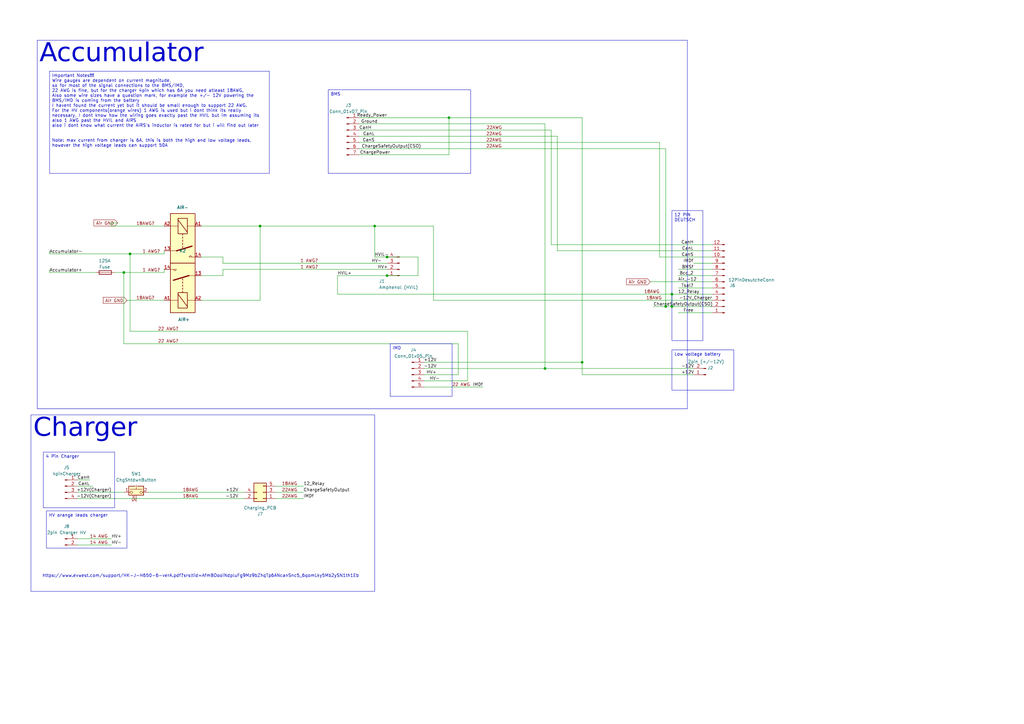
<source format=kicad_sch>
(kicad_sch (version 20250114) (generator "eeschema") (generator_version "9.0")
  (paper "A3")
  (lib_symbols
    (symbol "Connector:Conn_01x02_Pin" (pin_names (offset 1.016) (hide yes))
      (property "Reference" "J" (at 0 2.54 0))
      (property "Value" "Conn_01x02_Pin" (at 0 -5.08 0))
      (symbol "Conn_01x02_Pin_1_1"
        (rectangle (start 0.8636 0.127) (end 0 -0.127) (stroke (width 0.1524)) (fill (type outline)))
        (rectangle (start 0.8636 -2.413) (end 0 -2.667) (stroke (width 0.1524)) (fill (type outline)))
        (polyline (pts (xy 1.27 0) (xy 0.8636 0)) (stroke (width 0.1524)))
        (polyline (pts (xy 1.27 -2.54) (xy 0.8636 -2.54)) (stroke (width 0.1524)))
        (pin passive line (at 5.08 0 180) (length 3.81) (name "Pin_1") (number "1"))
        (pin passive line (at 5.08 -2.54 180) (length 3.81) (name "Pin_2") (number "2"))
      )
    )
    (symbol "Connector:Conn_01x04_Pin" (pin_names (offset 1.016) (hide yes))
      (property "Reference" "J" (at 0 5.08 0))
      (property "Value" "Conn_01x04_Pin" (at 0 -7.62 0))
      (symbol "Conn_01x04_Pin_1_1"
        (rectangle (start 0.8636 2.667) (end 0 2.413) (stroke (width 0.1524)) (fill (type outline)))
        (rectangle (start 0.8636 0.127) (end 0 -0.127) (stroke (width 0.1524)) (fill (type outline)))
        (rectangle (start 0.8636 -2.413) (end 0 -2.667) (stroke (width 0.1524)) (fill (type outline)))
        (rectangle (start 0.8636 -4.953) (end 0 -5.207) (stroke (width 0.1524)) (fill (type outline)))
        (polyline (pts (xy 1.27 2.54) (xy 0.8636 2.54)) (stroke (width 0.1524)))
        (polyline (pts (xy 1.27 0) (xy 0.8636 0)) (stroke (width 0.1524)))
        (polyline (pts (xy 1.27 -2.54) (xy 0.8636 -2.54)) (stroke (width 0.1524)))
        (polyline (pts (xy 1.27 -5.08) (xy 0.8636 -5.08)) (stroke (width 0.1524)))
        (pin passive line (at 5.08 2.54 180) (length 3.81) (name "Pin_1") (number "1"))
        (pin passive line (at 5.08 0 180) (length 3.81) (name "Pin_2") (number "2"))
        (pin passive line (at 5.08 -2.54 180) (length 3.81) (name "Pin_3") (number "3"))
        (pin passive line (at 5.08 -5.08 180) (length 3.81) (name "Pin_4") (number "4"))
      )
    )
    (symbol "Connector:Conn_01x05_Pin" (pin_names (offset 1.016) (hide yes))
      (property "Reference" "J" (at 0 7.62 0))
      (property "Value" "Conn_01x05_Pin" (at 0 -7.62 0))
      (symbol "Conn_01x05_Pin_1_1"
        (rectangle (start 0.8636 5.207) (end 0 4.953) (stroke (width 0.1524)) (fill (type outline)))
        (rectangle (start 0.8636 2.667) (end 0 2.413) (stroke (width 0.1524)) (fill (type outline)))
        (rectangle (start 0.8636 0.127) (end 0 -0.127) (stroke (width 0.1524)) (fill (type outline)))
        (rectangle (start 0.8636 -2.413) (end 0 -2.667) (stroke (width 0.1524)) (fill (type outline)))
        (rectangle (start 0.8636 -4.953) (end 0 -5.207) (stroke (width 0.1524)) (fill (type outline)))
        (polyline (pts (xy 1.27 5.08) (xy 0.8636 5.08)) (stroke (width 0.1524)))
        (polyline (pts (xy 1.27 2.54) (xy 0.8636 2.54)) (stroke (width 0.1524)))
        (polyline (pts (xy 1.27 0) (xy 0.8636 0)) (stroke (width 0.1524)))
        (polyline (pts (xy 1.27 -2.54) (xy 0.8636 -2.54)) (stroke (width 0.1524)))
        (polyline (pts (xy 1.27 -5.08) (xy 0.8636 -5.08)) (stroke (width 0.1524)))
        (pin passive line (at 5.08 5.08 180) (length 3.81) (name "Pin_1") (number "1"))
        (pin passive line (at 5.08 2.54 180) (length 3.81) (name "Pin_2") (number "2"))
        (pin passive line (at 5.08 0 180) (length 3.81) (name "Pin_3") (number "3"))
        (pin passive line (at 5.08 -2.54 180) (length 3.81) (name "Pin_4") (number "4"))
        (pin passive line (at 5.08 -5.08 180) (length 3.81) (name "Pin_5") (number "5"))
      )
    )
    (symbol "Connector:Conn_01x07_Pin" (pin_names (offset 1.016) (hide yes))
      (property "Reference" "J" (at 0 10.16 0))
      (property "Value" "Conn_01x07_Pin" (at 0 -10.16 0))
      (symbol "Conn_01x07_Pin_1_1"
        (rectangle (start 0.8636 7.747) (end 0 7.493) (stroke (width 0.1524)) (fill (type outline)))
        (rectangle (start 0.8636 5.207) (end 0 4.953) (stroke (width 0.1524)) (fill (type outline)))
        (rectangle (start 0.8636 2.667) (end 0 2.413) (stroke (width 0.1524)) (fill (type outline)))
        (rectangle (start 0.8636 0.127) (end 0 -0.127) (stroke (width 0.1524)) (fill (type outline)))
        (rectangle (start 0.8636 -2.413) (end 0 -2.667) (stroke (width 0.1524)) (fill (type outline)))
        (rectangle (start 0.8636 -4.953) (end 0 -5.207) (stroke (width 0.1524)) (fill (type outline)))
        (rectangle (start 0.8636 -7.493) (end 0 -7.747) (stroke (width 0.1524)) (fill (type outline)))
        (polyline (pts (xy 1.27 7.62) (xy 0.8636 7.62)) (stroke (width 0.1524)))
        (polyline (pts (xy 1.27 5.08) (xy 0.8636 5.08)) (stroke (width 0.1524)))
        (polyline (pts (xy 1.27 2.54) (xy 0.8636 2.54)) (stroke (width 0.1524)))
        (polyline (pts (xy 1.27 0) (xy 0.8636 0)) (stroke (width 0.1524)))
        (polyline (pts (xy 1.27 -2.54) (xy 0.8636 -2.54)) (stroke (width 0.1524)))
        (polyline (pts (xy 1.27 -5.08) (xy 0.8636 -5.08)) (stroke (width 0.1524)))
        (polyline (pts (xy 1.27 -7.62) (xy 0.8636 -7.62)) (stroke (width 0.1524)))
        (pin passive line (at 5.08 7.62 180) (length 3.81) (name "Pin_1") (number "1"))
        (pin passive line (at 5.08 5.08 180) (length 3.81) (name "Pin_2") (number "2"))
        (pin passive line (at 5.08 2.54 180) (length 3.81) (name "Pin_3") (number "3"))
        (pin passive line (at 5.08 0 180) (length 3.81) (name "Pin_4") (number "4"))
        (pin passive line (at 5.08 -2.54 180) (length 3.81) (name "Pin_5") (number "5"))
        (pin passive line (at 5.08 -5.08 180) (length 3.81) (name "Pin_6") (number "6"))
        (pin passive line (at 5.08 -7.62 180) (length 3.81) (name "Pin_7") (number "7"))
      )
    )
    (symbol "Connector:Conn_01x12_Pin" (pin_names (offset 1.016) (hide yes))
      (property "Reference" "J" (at 0 15.24 0))
      (property "Value" "Conn_01x12_Pin" (at 0 -17.78 0))
      (symbol "Conn_01x12_Pin_1_1"
        (rectangle (start 0.8636 12.827) (end 0 12.573) (stroke (width 0.1524)) (fill (type outline)))
        (rectangle (start 0.8636 10.287) (end 0 10.033) (stroke (width 0.1524)) (fill (type outline)))
        (rectangle (start 0.8636 7.747) (end 0 7.493) (stroke (width 0.1524)) (fill (type outline)))
        (rectangle (start 0.8636 5.207) (end 0 4.953) (stroke (width 0.1524)) (fill (type outline)))
        (rectangle (start 0.8636 2.667) (end 0 2.413) (stroke (width 0.1524)) (fill (type outline)))
        (rectangle (start 0.8636 0.127) (end 0 -0.127) (stroke (width 0.1524)) (fill (type outline)))
        (rectangle (start 0.8636 -2.413) (end 0 -2.667) (stroke (width 0.1524)) (fill (type outline)))
        (rectangle (start 0.8636 -4.953) (end 0 -5.207) (stroke (width 0.1524)) (fill (type outline)))
        (rectangle (start 0.8636 -7.493) (end 0 -7.747) (stroke (width 0.1524)) (fill (type outline)))
        (rectangle (start 0.8636 -10.033) (end 0 -10.287) (stroke (width 0.1524)) (fill (type outline)))
        (rectangle (start 0.8636 -12.573) (end 0 -12.827) (stroke (width 0.1524)) (fill (type outline)))
        (rectangle (start 0.8636 -15.113) (end 0 -15.367) (stroke (width 0.1524)) (fill (type outline)))
        (polyline (pts (xy 1.27 12.7) (xy 0.8636 12.7)) (stroke (width 0.1524)))
        (polyline (pts (xy 1.27 10.16) (xy 0.8636 10.16)) (stroke (width 0.1524)))
        (polyline (pts (xy 1.27 7.62) (xy 0.8636 7.62)) (stroke (width 0.1524)))
        (polyline (pts (xy 1.27 5.08) (xy 0.8636 5.08)) (stroke (width 0.1524)))
        (polyline (pts (xy 1.27 2.54) (xy 0.8636 2.54)) (stroke (width 0.1524)))
        (polyline (pts (xy 1.27 0) (xy 0.8636 0)) (stroke (width 0.1524)))
        (polyline (pts (xy 1.27 -2.54) (xy 0.8636 -2.54)) (stroke (width 0.1524)))
        (polyline (pts (xy 1.27 -5.08) (xy 0.8636 -5.08)) (stroke (width 0.1524)))
        (polyline (pts (xy 1.27 -7.62) (xy 0.8636 -7.62)) (stroke (width 0.1524)))
        (polyline (pts (xy 1.27 -10.16) (xy 0.8636 -10.16)) (stroke (width 0.1524)))
        (polyline (pts (xy 1.27 -12.7) (xy 0.8636 -12.7)) (stroke (width 0.1524)))
        (polyline (pts (xy 1.27 -15.24) (xy 0.8636 -15.24)) (stroke (width 0.1524)))
        (pin passive line (at 5.08 12.7 180) (length 3.81) (name "Pin_1") (number "1"))
        (pin passive line (at 5.08 10.16 180) (length 3.81) (name "Pin_2") (number "2"))
        (pin passive line (at 5.08 7.62 180) (length 3.81) (name "Pin_3") (number "3"))
        (pin passive line (at 5.08 5.08 180) (length 3.81) (name "Pin_4") (number "4"))
        (pin passive line (at 5.08 2.54 180) (length 3.81) (name "Pin_5") (number "5"))
        (pin passive line (at 5.08 0 180) (length 3.81) (name "Pin_6") (number "6"))
        (pin passive line (at 5.08 -2.54 180) (length 3.81) (name "Pin_7") (number "7"))
        (pin passive line (at 5.08 -5.08 180) (length 3.81) (name "Pin_8") (number "8"))
        (pin passive line (at 5.08 -7.62 180) (length 3.81) (name "Pin_9") (number "9"))
        (pin passive line (at 5.08 -10.16 180) (length 3.81) (name "Pin_10") (number "10"))
        (pin passive line (at 5.08 -12.7 180) (length 3.81) (name "Pin_11") (number "11"))
        (pin passive line (at 5.08 -15.24 180) (length 3.81) (name "Pin_12") (number "12"))
      )
    )
    (symbol "Connector_Generic:Conn_2Rows-05Pins" (pin_names (offset 1.016) (hide yes))
      (property "Reference" "J" (at 1.27 5.08 0))
      (property "Value" "Conn_2Rows-05Pins" (at 1.27 -5.08 0))
      (symbol "Conn_2Rows-05Pins_1_1"
        (rectangle (start -1.27 3.81) (end 3.81 -3.81) (stroke (width 0.254)) (fill (type background)))
        (rectangle (start -1.27 2.667) (end 0 2.413) (stroke (width 0.1524)))
        (rectangle (start -1.27 0.127) (end 0 -0.127) (stroke (width 0.1524)))
        (rectangle (start -1.27 -2.413) (end 0 -2.667) (stroke (width 0.1524)))
        (rectangle (start 3.81 2.667) (end 2.54 2.413) (stroke (width 0.1524)))
        (rectangle (start 3.81 0.127) (end 2.54 -0.127) (stroke (width 0.1524)))
        (pin passive line (at -5.08 2.54 0) (length 3.81) (name "Pin_1") (number "1"))
        (pin passive line (at -5.08 0 0) (length 3.81) (name "Pin_3") (number "3"))
        (pin passive line (at -5.08 -2.54 0) (length 3.81) (name "Pin_5") (number "5"))
        (pin passive line (at 7.62 2.54 180) (length 3.81) (name "Pin_2") (number "2"))
        (pin passive line (at 7.62 0 180) (length 3.81) (name "Pin_4") (number "4"))
      )
    )
    (symbol "Device:Fuse" (pin_numbers (hide yes)) (pin_names (offset 0))
      (property "Reference" "F" (at 2.032 0 90))
      (property "Value" "Fuse" (at -1.905 0 90))
      (symbol "Fuse_0_1"
        (rectangle (start -0.762 -2.54) (end 0.762 2.54) (stroke (width 0.254)))
        (polyline (pts (xy 0 2.54) (xy 0 -2.54)))
      )
      (symbol "Fuse_1_1"
        (pin passive line (at 0 3.81 270) (length 1.27) (name "~") (number "1"))
        (pin passive line (at 0 -3.81 90) (length 1.27) (name "~") (number "2"))
      )
    )
    (symbol "Relay:Fujitsu_FTR-LYAA005x"
      (property "Reference" "K" (at 11.43 3.81 0))
      (property "Value" "Fujitsu_FTR-LYAA005x" (at 11.43 1.27 0))
      (symbol "Fujitsu_FTR-LYAA005x_0_0"
        (polyline (pts (xy 7.62 5.08) (xy 7.62 2.54) (xy 6.985 3.175) (xy 7.62 3.81)))
      )
      (symbol "Fujitsu_FTR-LYAA005x_0_1"
        (rectangle (start -10.16 5.08) (end 10.16 -5.08) (stroke (width 0.254)) (fill (type background)))
        (rectangle (start -8.255 1.905) (end -1.905 -1.905) (stroke (width 0.254)))
        (polyline (pts (xy -7.62 -1.905) (xy -2.54 1.905)) (stroke (width 0.254)))
        (polyline (pts (xy -5.08 5.08) (xy -5.08 1.905)))
        (polyline (pts (xy -5.08 -5.08) (xy -5.08 -1.905)))
        (polyline (pts (xy -1.905 0) (xy -1.27 0)) (stroke (width 0.254)))
        (polyline (pts (xy -0.635 0) (xy 0 0)) (stroke (width 0.254)))
        (polyline (pts (xy 0.635 0) (xy 1.27 0)) (stroke (width 0.254)))
        (polyline (pts (xy 1.905 0) (xy 2.54 0)) (stroke (width 0.254)))
        (polyline (pts (xy 3.175 0) (xy 3.81 0)) (stroke (width 0.254)))
        (polyline (pts (xy 5.08 -2.54) (xy 3.175 3.81)) (stroke (width 0.508)))
        (polyline (pts (xy 5.08 -2.54) (xy 5.08 -5.08)))
      )
      (symbol "Fujitsu_FTR-LYAA005x_1_1"
        (pin passive line (at -5.08 7.62 270) (length 2.54) (name "~") (number "A1"))
        (pin passive line (at -5.08 -7.62 90) (length 2.54) (name "~") (number "A2"))
        (pin passive line (at 5.08 -7.62 90) (length 2.54) (name "~") (number "13"))
        (pin passive line (at 7.62 7.62 270) (length 2.54) (name "~") (number "14"))
      )
    )
    (symbol "Switch:CK_KMS2xxG" (pin_names (offset 1.016) (hide yes))
      (property "Reference" "SW" (at 4.318 2.032 0))
      (property "Value" "CK_KMS2xxG" (at 0 4.572 0))
      (symbol "CK_KMS2xxG_0_1"
        (circle (center -2.032 0) (radius 0.508))
        (polyline (pts (xy 0 1.27) (xy 0 3.048)))
        (polyline (pts (xy 0.508 2.54) (xy 3.048 2.54) (xy 3.048 -1.143) (xy -3.048 -1.143) (xy -3.048 2.54) (xy -0.508 2.54)) (stroke (width -0.0254)))
        (polyline (pts (xy 0.508 2.54) (xy 3.048 2.54) (xy 3.048 -1.143) (xy -3.048 -1.143) (xy -3.048 2.54) (xy -0.508 2.54)) (stroke (width 0.254)))
        (circle (center 2.032 0) (radius 0.508))
        (polyline (pts (xy 2.54 1.27) (xy -2.54 1.27)))
        (pin passive line (at -5.08 0 0) (length 2.54) (name "1") (number "1"))
        (pin passive line (at 5.08 0 180) (length 2.54) (name "2") (number "2"))
      )
      (symbol "CK_KMS2xxG_1_1"
        (rectangle (start -3.048 2.54) (end 3.048 -1.27) (stroke (width -0.0254)) (fill (type background)))
        (pin passive line (at 0 -3.81 90) (length 2.54) (name "B") (number "SH"))
      )
    )
  )
  (text "https://www.evwest.com/support/HK-J-H650-6-verA.pdf?srsltid=AfmBOooiNdpluFg9Mz9bZhqTp6ANcanSnc5_6qomLky5Mb2ySN1th1Eb" (at 82.296 236.22 0) (effects (font (size 1.27 1.27))))
  (text_box "IMD\n\n" (at 160.02 140.97 0) (size 25.4 21.59) (margins 0.9525 0.9525 0.9525 0.9525) (effects (font (size 1.27 1.27)) (justify left top)))
  (text_box "HV orange leads charger" (at 19.05 209.55 0) (size 33.02 15.24) (margins 0.9525 0.9525 0.9525 0.9525) (effects (font (size 1.27 1.27)) (justify left top)))
  (text_box "4 Pin Charger\n\n" (at 17.78 185.42 0) (size 29.21 22.86) (margins 0.9525 0.9525 0.9525 0.9525) (effects (font (size 1.27 1.27)) (justify left top)))
  (text_box "Low voltage battery" (at 300.99 160.02 0) (size -25.4 -16.51) (margins 0.9525 0.9525 0.9525 0.9525) (effects (font (size 1.27 1.27)) (justify left top)))
  (text_box "Charger" (at 12.7 170.18 0) (size 140.97 72.39) (margins 0.9525 0.9525 0.9525 0.9525) (effects (font (size 7.62 7.62)) (justify left top)))
  (text_box "Important Notes!!!\nWire gauges are dependent on current magnitude,\nso for most of the signal connections to the BMS/IMD,\n22 AWG is fine, but for the charger 4pin which has 6A you need atleast 18AWG,\nAlso some wire sizes have a question mark, for example the +/- 12V powering the BMS/IMD is coming from the battery\nI havent found the current yet but it should be small enough to support 22 AWG.\nFor the HV components(orange wires) 1 AWG is used but i dont think its really necessary, I dont know how the wiring goes exactly past the HVIL but im assuming its also 1 AWG past the HVIL and AIRS\nalso i dont know what current the AIRS's inductor is rated for but i will find out later\n\n\nNote: max current from charger is 6A, this is both the high and low voltage leads, however the high voltage leads can support 50A" (at 20.32 29.21 0) (size 90.17 41.91) (margins 0.9525 0.9525 0.9525 0.9525) (effects (font (size 1.27 1.27)) (justify left top)))
  (text_box "12 PIN DEUTSCH\n" (at 275.59 86.36 0) (size 12.7 53.34) (margins 0.9525 0.9525 0.9525 0.9525) (effects (font (size 1.27 1.27)) (justify left top)))
  (text_box "Accumulator" (at 15.24 16.51 0) (size 266.7 151.13) (margins 0.9525 0.9525 0.9525 0.9525) (effects (font (size 7.62 7.62)) (justify left top)))
  (text_box "BMS\n" (at 134.62 36.83 0) (size 58.42 34.29) (margins 0.9525 0.9525 0.9525 0.9525) (effects (font (size 1.27 1.27)) (justify left top)))
  (junction (at 275.59 125.73))
  (junction (at 158.75 113.03))
  (junction (at 153.67 92.71))
  (junction (at 223.52 151.13))
  (junction (at 238.76 148.59))
  (junction (at 53.34 104.14))
  (junction (at 273.05 125.73))
  (junction (at 158.75 105.41))
  (junction (at 106.68 92.71))
  (junction (at 50.8 111.76))
  (junction (at 184.15 48.26))
  (junction (at 275.59 120.65))
  (wire (pts (xy 91.44 107.95) (xy 158.75 107.95)))
  (wire (pts (xy 266.7 115.57) (xy 292.1 115.57)))
  (wire (pts (xy 52.07 123.19) (xy 67.31 123.19)))
  (wire (pts (xy 20.32 104.14) (xy 20.32 102.87)))
  (wire (pts (xy 53.34 135.89) (xy 53.34 104.14)))
  (wire (pts (xy 226.06 100.33) (xy 292.1 100.33)))
  (wire (pts (xy 31.75 199.39) (xy 38.1 199.39)))
  (wire (pts (xy 91.44 110.49) (xy 158.75 110.49)))
  (wire (pts (xy 124.46 201.93) (xy 113.03 201.93)))
  (wire (pts (xy 45.72 91.44) (xy 45.72 92.71)))
  (wire (pts (xy 191.77 135.89) (xy 191.77 156.21)))
  (wire (pts (xy 50.8 111.76) (xy 50.8 140.97)))
  (wire (pts (xy 184.15 48.26) (xy 238.76 48.26)))
  (wire (pts (xy 31.75 204.47) (xy 100.33 204.47)))
  (wire (pts (xy 273.05 60.96) (xy 273.05 125.73)))
  (wire (pts (xy 275.59 120.65) (xy 292.1 120.65)))
  (wire (pts (xy 48.26 91.44) (xy 45.72 91.44)))
  (wire (pts (xy 67.31 111.76) (xy 67.31 110.49)))
  (wire (pts (xy 91.44 105.41) (xy 82.55 105.41)))
  (wire (pts (xy 67.31 111.76) (xy 50.8 111.76)))
  (wire (pts (xy 138.43 113.03) (xy 138.43 120.65)))
  (wire (pts (xy 238.76 48.26) (xy 238.76 148.59)))
  (wire (pts (xy 46.99 111.76) (xy 50.8 111.76)))
  (wire (pts (xy 223.52 151.13) (xy 284.48 151.13)))
  (wire (pts (xy 147.32 58.42) (xy 270.51 58.42)))
  (wire (pts (xy 278.13 118.11) (xy 292.1 118.11)))
  (wire (pts (xy 91.44 110.49) (xy 91.44 113.03)))
  (wire (pts (xy 153.67 105.41) (xy 158.75 105.41)))
  (wire (pts (xy 106.68 123.19) (xy 82.55 123.19)))
  (wire (pts (xy 138.43 120.65) (xy 275.59 120.65)))
  (wire (pts (xy 106.68 92.71) (xy 153.67 92.71)))
  (wire (pts (xy 184.15 48.26) (xy 184.15 63.5)))
  (wire (pts (xy 20.32 111.76) (xy 20.32 110.49)))
  (wire (pts (xy 187.96 140.97) (xy 187.96 153.67)))
  (wire (pts (xy 106.68 92.71) (xy 106.68 123.19)))
  (wire (pts (xy 82.55 92.71) (xy 106.68 92.71)))
  (wire (pts (xy 177.8 123.19) (xy 292.1 123.19)))
  (wire (pts (xy 228.6 102.87) (xy 292.1 102.87)))
  (wire (pts (xy 31.75 201.93) (xy 50.8 201.93)))
  (wire (pts (xy 238.76 153.67) (xy 284.48 153.67)))
  (wire (pts (xy 278.13 128.27) (xy 292.1 128.27)))
  (wire (pts (xy 238.76 148.59) (xy 238.76 153.67)))
  (wire (pts (xy 138.43 113.03) (xy 158.75 113.03)))
  (wire (pts (xy 173.99 158.75) (xy 198.12 158.75)))
  (wire (pts (xy 53.34 104.14) (xy 67.31 104.14)))
  (wire (pts (xy 45.72 223.52) (xy 31.75 223.52)))
  (wire (pts (xy 278.13 113.03) (xy 292.1 113.03)))
  (wire (pts (xy 91.44 107.95) (xy 91.44 105.41)))
  (wire (pts (xy 147.32 48.26) (xy 184.15 48.26)))
  (wire (pts (xy 147.32 60.96) (xy 273.05 60.96)))
  (wire (pts (xy 228.6 55.88) (xy 228.6 102.87)))
  (wire (pts (xy 267.97 125.73) (xy 273.05 125.73)))
  (wire (pts (xy 173.99 148.59) (xy 238.76 148.59)))
  (wire (pts (xy 153.67 105.41) (xy 153.67 92.71)))
  (wire (pts (xy 20.32 104.14) (xy 53.34 104.14)))
  (wire (pts (xy 45.72 220.98) (xy 31.75 220.98)))
  (wire (pts (xy 275.59 125.73) (xy 292.1 125.73)))
  (wire (pts (xy 147.32 63.5) (xy 184.15 63.5)))
  (wire (pts (xy 158.75 113.03) (xy 171.45 113.03)))
  (wire (pts (xy 50.8 140.97) (xy 187.96 140.97)))
  (wire (pts (xy 173.99 153.67) (xy 187.96 153.67)))
  (wire (pts (xy 124.46 199.39) (xy 113.03 199.39)))
  (wire (pts (xy 223.52 50.8) (xy 223.52 151.13)))
  (wire (pts (xy 158.75 105.41) (xy 171.45 105.41)))
  (wire (pts (xy 147.32 55.88) (xy 228.6 55.88)))
  (wire (pts (xy 147.32 50.8) (xy 223.52 50.8)))
  (wire (pts (xy 177.8 92.71) (xy 153.67 92.71)))
  (wire (pts (xy 53.34 135.89) (xy 191.77 135.89)))
  (wire (pts (xy 177.8 123.19) (xy 177.8 92.71)))
  (wire (pts (xy 45.72 92.71) (xy 67.31 92.71)))
  (wire (pts (xy 124.46 204.47) (xy 113.03 204.47)))
  (wire (pts (xy 270.51 105.41) (xy 292.1 105.41)))
  (wire (pts (xy 275.59 120.65) (xy 275.59 125.73)))
  (wire (pts (xy 278.13 110.49) (xy 292.1 110.49)))
  (wire (pts (xy 147.32 53.34) (xy 226.06 53.34)))
  (wire (pts (xy 36.83 196.85) (xy 31.75 196.85)))
  (wire (pts (xy 67.31 104.14) (xy 67.31 102.87)))
  (wire (pts (xy 273.05 125.73) (xy 275.59 125.73)))
  (wire (pts (xy 223.52 151.13) (xy 173.99 151.13)))
  (wire (pts (xy 171.45 113.03) (xy 171.45 105.41)))
  (wire (pts (xy 226.06 100.33) (xy 226.06 53.34)))
  (wire (pts (xy 60.96 201.93) (xy 100.33 201.93)))
  (wire (pts (xy 82.55 113.03) (xy 91.44 113.03)))
  (wire (pts (xy 20.32 111.76) (xy 39.37 111.76)))
  (wire (pts (xy 173.99 156.21) (xy 191.77 156.21)))
  (wire (pts (xy 270.51 58.42) (xy 270.51 105.41)))
  (wire (pts (xy 284.48 107.95) (xy 292.1 107.95)))
  (label "+12V(Charger)" (at 45.72 201.93 180))
  (label "IMDf" (at 284.48 107.95 180))
  (label "ChargeSafetyOutput(CSO)" (at 172.72 60.96 180))
  (label "22 AWG?" (at 64.77 135.89 0))
  (label "1 AWG?" (at 123.19 110.49 0))
  (label "+12V" (at 279.4 153.67 0))
  (label "14 AWG" (at 36.83 223.52 0))
  (label "HV+" (at 154.94 110.49 0))
  (label "CanH" (at 284.48 100.33 180))
  (label "Ready_Power" (at 158.75 48.26 180))
  (label "Accumulator+" (at 20.32 111.76 0))
  (label "Free" (at 284.48 128.27 180))
  (label "CanS" (at 284.48 105.41 180))
  (label "CanH" (at 152.4 53.34 180))
  (label "18AWG?" (at 55.88 92.71 0))
  (label "18AWG" (at 265.038 123.19 0))
  (label "+12V" (at 97.79 201.93 180))
  (label "CanH" (at 36.83 196.85 180))
  (label "HVIL+" (at 138.43 113.03 0))
  (label "CanS" (at 153.67 58.42 180))
  (label "Tsal?" (at 284.48 118.11 180))
  (label "18AWG?" (at 55.88 123.19 0))
  (label "BMSf" (at 284.48 110.49 180))
  (label "CanL" (at 153.67 55.88 180))
  (label "ChargeSafetyOutput" (at 124.46 201.93 0))
  (label "CanL" (at 36.83 199.39 180))
  (label "22AWG" (at 199.39 58.42 0))
  (label "HV+" (at 45.72 220.98 0))
  (label "22 AWG" (at 185.42 158.75 0))
  (label "-12V_Charger" (at 292.1 123.19 180))
  (label "22AWG" (at 199.39 55.88 0))
  (label "Ground" (at 154.94 50.8 180))
  (label "18AWG" (at 74.93 204.47 0))
  (label "14 AWG" (at 36.83 220.98 0))
  (label "HV+" (at 179.07 153.67 180))
  (label "12_Relay" (at 278.13 120.65 0))
  (label "-12V" (at 179.07 151.13 180))
  (label "+12V" (at 179.07 148.59 180))
  (label "18AWG" (at 115.57 199.39 0))
  (label "IMDf" (at 198.12 158.75 180))
  (label "ChargeSafetyOutput(CSO)" (at 267.97 125.73 0))
  (label "CanL" (at 284.48 102.87 180))
  (label "18AWG" (at 264.16 120.65 0))
  (label "HVIL-" (at 153.67 105.41 0))
  (label "22AWG" (at 199.4829 53.34 0))
  (label "Bcc_2" (at 284.48 113.03 180))
  (label "HV-" (at 180.34 156.21 180))
  (label "1 AWG?" (at 58.42 111.76 0))
  (label "22AWG" (at 199.39 60.96 0))
  (label "1 AWG?" (at 123.19 107.95 0))
  (label "22AWG" (at 115.57 204.47 0))
  (label "HV-" (at 152.4 107.95 0))
  (label "ChargePower" (at 160.02 63.5 180))
  (label "22 AWG?" (at 64.77 140.97 0))
  (label "Air_-12" (at 285.75 115.57 180))
  (label "IMDf" (at 124.46 204.47 0))
  (label "12_Relay" (at 124.46 199.39 0))
  (label "1 AWG?" (at 58.42 104.14 0))
  (label "18AWG" (at 74.93 201.93 0))
  (label "-12V(Charger)" (at 45.72 204.47 180))
  (label "22AWG" (at 115.57 201.93 0))
  (label "HV-" (at 45.72 223.52 0))
  (label "-12V" (at 97.79 204.47 180))
  (label "Accumulator-" (at 20.32 104.14 0))
  (label "-12V" (at 279.4 151.13 0))
  (global_label "Air GND" (shape input) (at 52.07 123.19 180) (property "Intersheetrefs" "${INTERSHEET_REFS}" (effects (hide yes))))
  (global_label "Air GND" (shape input) (at 266.7 115.57 180) (property "Intersheetrefs" "${INTERSHEET_REFS}" (effects (hide yes))))
  (global_label "Air GND" (shape input) (at 48.26 91.44 180) (property "Intersheetrefs" "${INTERSHEET_REFS}" (effects (hide yes))))
  (symbol (lib_id "Connector:Conn_01x05_Pin") (at 168.91 153.67 0) (unit 1)
    (property "Reference" "J4" (at 169.545 143.51 0))
    (property "Value" "Conn_01x05_Pin" (at 169.545 146.05 0))
    (property "Description" "Generic connector, single row, 01x05, script generated" (effects (hide yes)))
  )
  (symbol (lib_id "Connector:Conn_01x12_Pin") (at 297.18 115.57 180) (unit 1)
    (property "Reference" "J6" (at 299.212 117.094 0) (effects (justify right)))
    (property "Value" "12PinDesutcheConn" (at 298.704 114.808 0) (effects (justify right)))
    (property "Description" "Generic connector, single row, 01x12, script generated" (effects (hide yes)))
  )
  (symbol (lib_id "Device:Fuse") (at 43.18 111.76 90) (unit 1)
    (property "Reference" "125A" (at 42.926 106.934 90))
    (property "Value" "Fuse" (at 42.926 109.474 90))
    (property "Description" "Fuse" (effects (hide yes)))
  )
  (symbol (lib_id "Connector_Generic:Conn_2Rows-05Pins") (at 107.95 201.93 180) (unit 1)
    (property "Reference" "J7" (at 106.68 210.82 0))
    (property "Value" "Charging_PCB" (at 106.68 208.28 0))
    (property "Description" "Generic connector, double row, 05 pins, odd/even pin numbering scheme (row 1 odd numbers, row 2 even numbers), script generated (kicad-library-utils/schlib/autogen/connector/)" (effects (hide yes)))
  )
  (symbol (lib_id "Switch:CK_KMS2xxG") (at 55.88 201.93 0) (unit 1)
    (property "Reference" "SW1" (at 55.88 194.31 0))
    (property "Value" "ChgShtdwnButton" (at 55.88 196.85 0))
    (property "Footprint" "Button_Switch_SMD:SW_SPST_CK_KMS2xxGP" (effects (hide yes)))
    (property "Datasheet" "https://www.ckswitches.com/media/1482/kms.pdf" (effects (hide yes)))
    (property "Description" "Microminiature SMT Side Actuated, 4.2 x 2.8 x 1.42mm, without pegs, with shield pin" (effects (hide yes)))
  )
  (symbol (lib_id "Relay:Fujitsu_FTR-LYAA005x") (at 74.93 97.79 270) (unit 1)
    (property "Reference" "K1" (effects (hide yes)))
    (property "Value" "AIR-" (at 74.93 85.09 90))
    (property "Footprint" "Relay_THT:Relay_SPST-NO_Fujitsu_FTR-LYAA005x_FormA_Vertical" (effects (hide yes)))
    (property "Datasheet" "https://www.fujitsu.com/sg/imagesgig5/ftr-ly.pdf" (effects (hide yes)))
    (property "Description" "Relay, SPST Form A, vertical mount, 5-60V coil, 6A, 250VAC, 28 x 5 x 15mm" (effects (hide yes)))
  )
  (symbol (lib_id "Relay:Fujitsu_FTR-LYAA005x") (at 74.93 118.11 90) (unit 1)
    (property "Reference" "K2" (at 74.93 102.87 90))
    (property "Value" "AIR+" (at 75.438 131.064 90))
    (property "Footprint" "Relay_THT:Relay_SPST-NO_Fujitsu_FTR-LYAA005x_FormA_Vertical" (effects (hide yes)))
    (property "Datasheet" "https://www.fujitsu.com/sg/imagesgig5/ftr-ly.pdf" (effects (hide yes)))
    (property "Description" "Relay, SPST Form A, vertical mount, 5-60V coil, 6A, 250VAC, 28 x 5 x 15mm" (effects (hide yes)))
  )
  (symbol (lib_id "Connector:Conn_01x04_Pin") (at 26.67 199.39 0) (unit 1)
    (property "Reference" "J5" (at 27.305 191.77 0))
    (property "Value" "4pinCharger" (at 27.305 194.31 0))
    (property "Description" "Generic connector, single row, 01x04, script generated" (effects (hide yes)))
  )
  (symbol (lib_id "Connector:Conn_01x02_Pin") (at 26.67 220.98 0) (unit 1)
    (property "Reference" "J8" (at 27.305 215.9 0))
    (property "Value" "2pin Charger HV" (at 27.305 218.44 0))
    (property "Description" "Generic connector, single row, 01x02, script generated" (effects (hide yes)))
  )
  (symbol (lib_id "Connector:Conn_01x07_Pin") (at 142.24 55.88 0) (unit 1)
    (property "Reference" "J3" (at 142.875 43.18 0))
    (property "Value" "Conn_01x07_Pin" (at 142.875 45.72 0))
    (property "Description" "Generic connector, single row, 01x07, script generated" (effects (hide yes)))
  )
  (symbol (lib_id "Connector:Conn_01x02_Pin") (at 289.56 153.67 180) (unit 1)
    (property "Reference" "J2" (at 291.338 150.876 0))
    (property "Value" "2pin (+/-12V)" (at 289.56 148.336 0))
    (property "Description" "Generic connector, single row, 01x02, script generated" (effects (hide yes)))
  )
  (symbol (lib_id "Connector:Conn_01x04_Pin") (at 163.83 110.49 180) (unit 1)
    (property "Reference" "J1" (at 155.448 115.316 0) (effects (justify right)))
    (property "Value" "Amphenol (HVIL)" (at 155.448 117.856 0) (effects (justify right)))
    (property "Description" "Generic connector, single row, 01x04, script generated" (effects (hide yes)))
  )
)
</source>
